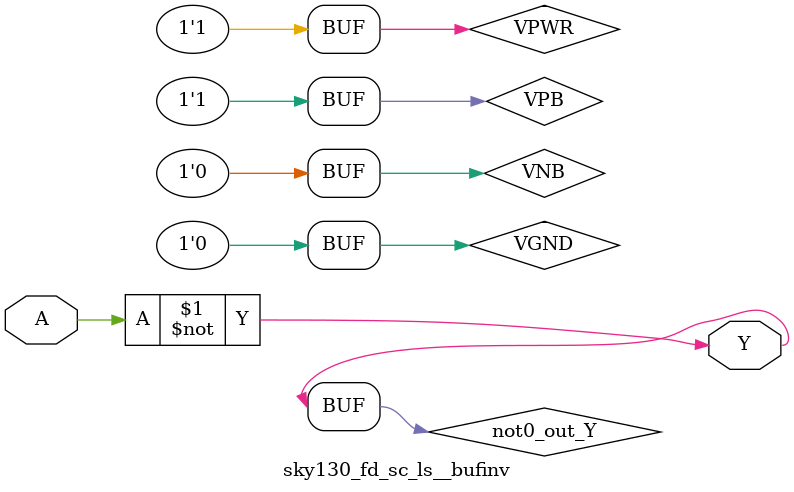
<source format=v>
/*
 * Copyright 2020 The SkyWater PDK Authors
 *
 * Licensed under the Apache License, Version 2.0 (the "License");
 * you may not use this file except in compliance with the License.
 * You may obtain a copy of the License at
 *
 *     https://www.apache.org/licenses/LICENSE-2.0
 *
 * Unless required by applicable law or agreed to in writing, software
 * distributed under the License is distributed on an "AS IS" BASIS,
 * WITHOUT WARRANTIES OR CONDITIONS OF ANY KIND, either express or implied.
 * See the License for the specific language governing permissions and
 * limitations under the License.
 *
 * SPDX-License-Identifier: Apache-2.0
*/


`ifndef SKY130_FD_SC_LS__BUFINV_TIMING_V
`define SKY130_FD_SC_LS__BUFINV_TIMING_V

/**
 * bufinv: Buffer followed by inverter.
 *
 * Verilog simulation timing model.
 */

`timescale 1ns / 1ps
`default_nettype none

`celldefine
module sky130_fd_sc_ls__bufinv (
    Y,
    A
);

    // Module ports
    output Y;
    input  A;

    // Module supplies
    supply1 VPWR;
    supply0 VGND;
    supply1 VPB ;
    supply0 VNB ;

    // Local signals
    wire not0_out_Y;

    //  Name  Output      Other arguments
    not not0 (not0_out_Y, A              );
    buf buf0 (Y         , not0_out_Y     );

endmodule
`endcelldefine

`default_nettype wire
`endif  // SKY130_FD_SC_LS__BUFINV_TIMING_V

</source>
